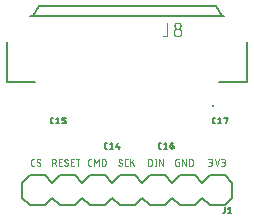
<source format=gbr>
G04 EAGLE Gerber RS-274X export*
G75*
%MOMM*%
%FSLAX34Y34*%
%LPD*%
%INSilkscreen Top*%
%IPPOS*%
%AMOC8*
5,1,8,0,0,1.08239X$1,22.5*%
G01*
%ADD10C,0.050800*%
%ADD11C,0.200000*%
%ADD12C,0.100000*%
%ADD13C,0.100000*%
%ADD14C,0.101600*%
%ADD15C,0.127000*%
%ADD16C,0.203200*%


D10*
X56134Y40894D02*
X56134Y46482D01*
X57686Y46482D01*
X57763Y46480D01*
X57841Y46474D01*
X57917Y46465D01*
X57994Y46451D01*
X58069Y46434D01*
X58143Y46413D01*
X58217Y46388D01*
X58289Y46360D01*
X58359Y46328D01*
X58428Y46293D01*
X58495Y46254D01*
X58560Y46212D01*
X58623Y46167D01*
X58684Y46119D01*
X58742Y46068D01*
X58797Y46014D01*
X58850Y45957D01*
X58899Y45898D01*
X58946Y45836D01*
X58990Y45772D01*
X59030Y45706D01*
X59067Y45638D01*
X59101Y45568D01*
X59131Y45497D01*
X59157Y45424D01*
X59180Y45350D01*
X59199Y45275D01*
X59214Y45200D01*
X59226Y45123D01*
X59234Y45046D01*
X59238Y44969D01*
X59238Y44891D01*
X59234Y44814D01*
X59226Y44737D01*
X59214Y44660D01*
X59199Y44585D01*
X59180Y44510D01*
X59157Y44436D01*
X59131Y44363D01*
X59101Y44292D01*
X59067Y44222D01*
X59030Y44154D01*
X58990Y44088D01*
X58946Y44024D01*
X58899Y43962D01*
X58850Y43903D01*
X58797Y43846D01*
X58742Y43792D01*
X58684Y43741D01*
X58623Y43693D01*
X58560Y43648D01*
X58495Y43606D01*
X58428Y43567D01*
X58359Y43532D01*
X58289Y43500D01*
X58217Y43472D01*
X58143Y43447D01*
X58069Y43426D01*
X57994Y43409D01*
X57917Y43395D01*
X57841Y43386D01*
X57763Y43380D01*
X57686Y43378D01*
X56134Y43378D01*
X57997Y43378D02*
X59238Y40894D01*
X61778Y40894D02*
X64262Y40894D01*
X61778Y40894D02*
X61778Y46482D01*
X64262Y46482D01*
X63641Y43998D02*
X61778Y43998D01*
X68019Y40894D02*
X68089Y40896D01*
X68158Y40902D01*
X68227Y40912D01*
X68295Y40925D01*
X68363Y40943D01*
X68429Y40964D01*
X68494Y40989D01*
X68558Y41017D01*
X68620Y41049D01*
X68680Y41084D01*
X68738Y41123D01*
X68793Y41165D01*
X68847Y41210D01*
X68897Y41258D01*
X68945Y41308D01*
X68990Y41362D01*
X69032Y41417D01*
X69071Y41475D01*
X69106Y41535D01*
X69138Y41597D01*
X69166Y41661D01*
X69191Y41726D01*
X69212Y41792D01*
X69230Y41860D01*
X69243Y41928D01*
X69253Y41997D01*
X69259Y42066D01*
X69261Y42136D01*
X68019Y40894D02*
X67920Y40896D01*
X67822Y40901D01*
X67724Y40911D01*
X67626Y40924D01*
X67529Y40940D01*
X67432Y40960D01*
X67337Y40984D01*
X67242Y41012D01*
X67148Y41043D01*
X67056Y41077D01*
X66965Y41115D01*
X66875Y41156D01*
X66787Y41201D01*
X66701Y41249D01*
X66617Y41300D01*
X66535Y41354D01*
X66454Y41412D01*
X66376Y41472D01*
X66301Y41535D01*
X66227Y41601D01*
X66157Y41670D01*
X66311Y45240D02*
X66313Y45310D01*
X66319Y45379D01*
X66329Y45448D01*
X66342Y45516D01*
X66360Y45584D01*
X66381Y45650D01*
X66406Y45715D01*
X66434Y45779D01*
X66466Y45841D01*
X66501Y45901D01*
X66540Y45959D01*
X66582Y46014D01*
X66627Y46068D01*
X66675Y46118D01*
X66725Y46166D01*
X66779Y46211D01*
X66834Y46253D01*
X66892Y46292D01*
X66952Y46327D01*
X67014Y46359D01*
X67078Y46387D01*
X67143Y46412D01*
X67209Y46433D01*
X67277Y46451D01*
X67345Y46464D01*
X67414Y46474D01*
X67483Y46480D01*
X67553Y46482D01*
X67647Y46480D01*
X67740Y46474D01*
X67833Y46465D01*
X67926Y46452D01*
X68018Y46435D01*
X68109Y46415D01*
X68200Y46390D01*
X68289Y46363D01*
X68377Y46331D01*
X68464Y46296D01*
X68550Y46258D01*
X68633Y46216D01*
X68715Y46171D01*
X68796Y46123D01*
X68874Y46071D01*
X68950Y46016D01*
X66933Y44154D02*
X66874Y44190D01*
X66818Y44230D01*
X66764Y44273D01*
X66712Y44318D01*
X66663Y44367D01*
X66617Y44418D01*
X66574Y44471D01*
X66533Y44527D01*
X66496Y44585D01*
X66461Y44645D01*
X66431Y44706D01*
X66403Y44769D01*
X66379Y44834D01*
X66359Y44900D01*
X66342Y44967D01*
X66329Y45034D01*
X66320Y45102D01*
X66314Y45171D01*
X66312Y45240D01*
X68639Y43222D02*
X68698Y43186D01*
X68754Y43146D01*
X68808Y43103D01*
X68860Y43058D01*
X68909Y43009D01*
X68955Y42958D01*
X68998Y42905D01*
X69039Y42849D01*
X69076Y42791D01*
X69111Y42731D01*
X69141Y42670D01*
X69169Y42607D01*
X69193Y42542D01*
X69213Y42476D01*
X69230Y42409D01*
X69243Y42342D01*
X69252Y42274D01*
X69258Y42205D01*
X69260Y42136D01*
X68640Y43222D02*
X66932Y44154D01*
X71654Y40894D02*
X74137Y40894D01*
X71654Y40894D02*
X71654Y46482D01*
X74137Y46482D01*
X73516Y43998D02*
X71654Y43998D01*
X77401Y46482D02*
X77401Y40894D01*
X75849Y46482D02*
X78953Y46482D01*
X40838Y40894D02*
X39596Y40894D01*
X39526Y40896D01*
X39457Y40902D01*
X39388Y40912D01*
X39320Y40925D01*
X39252Y40943D01*
X39186Y40964D01*
X39121Y40989D01*
X39057Y41017D01*
X38995Y41049D01*
X38935Y41084D01*
X38877Y41123D01*
X38822Y41165D01*
X38768Y41210D01*
X38718Y41258D01*
X38670Y41308D01*
X38625Y41362D01*
X38583Y41417D01*
X38544Y41475D01*
X38509Y41535D01*
X38477Y41597D01*
X38449Y41661D01*
X38424Y41726D01*
X38403Y41792D01*
X38385Y41860D01*
X38372Y41928D01*
X38362Y41997D01*
X38356Y42066D01*
X38354Y42136D01*
X38354Y45240D01*
X38356Y45310D01*
X38362Y45379D01*
X38372Y45448D01*
X38385Y45516D01*
X38403Y45584D01*
X38424Y45650D01*
X38449Y45715D01*
X38477Y45779D01*
X38509Y45841D01*
X38544Y45901D01*
X38583Y45959D01*
X38625Y46014D01*
X38670Y46068D01*
X38718Y46118D01*
X38768Y46166D01*
X38822Y46211D01*
X38877Y46253D01*
X38935Y46292D01*
X38995Y46327D01*
X39057Y46359D01*
X39121Y46387D01*
X39186Y46412D01*
X39252Y46433D01*
X39320Y46451D01*
X39388Y46464D01*
X39457Y46474D01*
X39526Y46480D01*
X39596Y46482D01*
X40838Y46482D01*
X45864Y42136D02*
X45862Y42066D01*
X45856Y41997D01*
X45846Y41928D01*
X45833Y41860D01*
X45815Y41792D01*
X45794Y41726D01*
X45769Y41661D01*
X45741Y41597D01*
X45709Y41535D01*
X45674Y41475D01*
X45635Y41417D01*
X45593Y41362D01*
X45548Y41308D01*
X45500Y41258D01*
X45450Y41210D01*
X45396Y41165D01*
X45341Y41123D01*
X45283Y41084D01*
X45223Y41049D01*
X45161Y41017D01*
X45097Y40989D01*
X45032Y40964D01*
X44966Y40943D01*
X44898Y40925D01*
X44830Y40912D01*
X44761Y40902D01*
X44692Y40896D01*
X44622Y40894D01*
X44523Y40896D01*
X44425Y40901D01*
X44327Y40911D01*
X44229Y40924D01*
X44132Y40940D01*
X44035Y40960D01*
X43940Y40984D01*
X43845Y41012D01*
X43751Y41043D01*
X43659Y41077D01*
X43568Y41115D01*
X43478Y41156D01*
X43390Y41201D01*
X43304Y41249D01*
X43220Y41300D01*
X43138Y41354D01*
X43057Y41412D01*
X42979Y41472D01*
X42904Y41535D01*
X42830Y41601D01*
X42760Y41670D01*
X42914Y45240D02*
X42916Y45310D01*
X42922Y45379D01*
X42932Y45448D01*
X42945Y45516D01*
X42963Y45584D01*
X42984Y45650D01*
X43009Y45715D01*
X43037Y45779D01*
X43069Y45841D01*
X43104Y45901D01*
X43143Y45959D01*
X43185Y46014D01*
X43230Y46068D01*
X43278Y46118D01*
X43328Y46166D01*
X43382Y46211D01*
X43437Y46253D01*
X43495Y46292D01*
X43555Y46327D01*
X43617Y46359D01*
X43681Y46387D01*
X43746Y46412D01*
X43812Y46433D01*
X43880Y46451D01*
X43948Y46464D01*
X44017Y46474D01*
X44086Y46480D01*
X44156Y46482D01*
X44250Y46480D01*
X44343Y46474D01*
X44436Y46465D01*
X44529Y46452D01*
X44621Y46435D01*
X44712Y46415D01*
X44803Y46390D01*
X44892Y46363D01*
X44980Y46331D01*
X45067Y46296D01*
X45153Y46258D01*
X45236Y46216D01*
X45318Y46171D01*
X45399Y46123D01*
X45477Y46071D01*
X45553Y46016D01*
X43536Y44154D02*
X43477Y44190D01*
X43421Y44230D01*
X43367Y44273D01*
X43315Y44318D01*
X43266Y44367D01*
X43220Y44418D01*
X43177Y44471D01*
X43136Y44527D01*
X43099Y44585D01*
X43064Y44645D01*
X43034Y44706D01*
X43006Y44769D01*
X42982Y44834D01*
X42962Y44900D01*
X42945Y44967D01*
X42932Y45034D01*
X42923Y45102D01*
X42917Y45171D01*
X42915Y45240D01*
X45243Y43222D02*
X45302Y43186D01*
X45358Y43146D01*
X45412Y43103D01*
X45464Y43058D01*
X45513Y43009D01*
X45559Y42958D01*
X45602Y42905D01*
X45643Y42849D01*
X45680Y42791D01*
X45715Y42731D01*
X45745Y42670D01*
X45773Y42607D01*
X45797Y42542D01*
X45817Y42476D01*
X45834Y42409D01*
X45847Y42342D01*
X45856Y42274D01*
X45862Y42205D01*
X45864Y42136D01*
X45243Y43222D02*
X43535Y44154D01*
X87856Y40894D02*
X89098Y40894D01*
X87856Y40894D02*
X87786Y40896D01*
X87717Y40902D01*
X87648Y40912D01*
X87580Y40925D01*
X87512Y40943D01*
X87446Y40964D01*
X87381Y40989D01*
X87317Y41017D01*
X87255Y41049D01*
X87195Y41084D01*
X87137Y41123D01*
X87082Y41165D01*
X87028Y41210D01*
X86978Y41258D01*
X86930Y41308D01*
X86885Y41362D01*
X86843Y41417D01*
X86804Y41475D01*
X86769Y41535D01*
X86737Y41597D01*
X86709Y41661D01*
X86684Y41726D01*
X86663Y41792D01*
X86645Y41860D01*
X86632Y41928D01*
X86622Y41997D01*
X86616Y42066D01*
X86614Y42136D01*
X86614Y45240D01*
X86616Y45310D01*
X86622Y45379D01*
X86632Y45448D01*
X86645Y45516D01*
X86663Y45584D01*
X86684Y45650D01*
X86709Y45715D01*
X86737Y45779D01*
X86769Y45841D01*
X86804Y45901D01*
X86843Y45959D01*
X86885Y46014D01*
X86930Y46068D01*
X86978Y46118D01*
X87028Y46166D01*
X87082Y46211D01*
X87137Y46253D01*
X87195Y46292D01*
X87255Y46327D01*
X87317Y46359D01*
X87381Y46387D01*
X87446Y46412D01*
X87512Y46433D01*
X87580Y46451D01*
X87648Y46464D01*
X87717Y46474D01*
X87786Y46480D01*
X87856Y46482D01*
X89098Y46482D01*
X91440Y46482D02*
X91440Y40894D01*
X93303Y43378D02*
X91440Y46482D01*
X93303Y43378D02*
X95166Y46482D01*
X95166Y40894D01*
X97969Y40894D02*
X97969Y46482D01*
X99521Y46482D01*
X99597Y46480D01*
X99673Y46475D01*
X99749Y46465D01*
X99824Y46452D01*
X99898Y46435D01*
X99972Y46415D01*
X100044Y46391D01*
X100115Y46364D01*
X100185Y46333D01*
X100253Y46299D01*
X100319Y46261D01*
X100383Y46220D01*
X100446Y46177D01*
X100506Y46130D01*
X100563Y46080D01*
X100618Y46027D01*
X100671Y45972D01*
X100721Y45915D01*
X100768Y45855D01*
X100811Y45792D01*
X100852Y45728D01*
X100890Y45662D01*
X100924Y45594D01*
X100955Y45524D01*
X100982Y45453D01*
X101006Y45380D01*
X101026Y45307D01*
X101043Y45233D01*
X101056Y45158D01*
X101066Y45082D01*
X101071Y45006D01*
X101073Y44930D01*
X101073Y42446D01*
X101071Y42367D01*
X101065Y42289D01*
X101055Y42211D01*
X101041Y42134D01*
X101023Y42057D01*
X101002Y41981D01*
X100976Y41907D01*
X100947Y41834D01*
X100914Y41763D01*
X100878Y41693D01*
X100838Y41625D01*
X100795Y41559D01*
X100748Y41496D01*
X100699Y41435D01*
X100646Y41377D01*
X100590Y41321D01*
X100532Y41268D01*
X100471Y41219D01*
X100408Y41172D01*
X100342Y41129D01*
X100274Y41089D01*
X100205Y41053D01*
X100133Y41020D01*
X100060Y40991D01*
X99986Y40965D01*
X99910Y40944D01*
X99833Y40926D01*
X99756Y40912D01*
X99678Y40902D01*
X99600Y40896D01*
X99521Y40894D01*
X97969Y40894D01*
X113877Y40894D02*
X113947Y40896D01*
X114016Y40902D01*
X114085Y40912D01*
X114153Y40925D01*
X114221Y40943D01*
X114287Y40964D01*
X114352Y40989D01*
X114416Y41017D01*
X114478Y41049D01*
X114538Y41084D01*
X114596Y41123D01*
X114651Y41165D01*
X114705Y41210D01*
X114755Y41258D01*
X114803Y41308D01*
X114848Y41362D01*
X114890Y41417D01*
X114929Y41475D01*
X114964Y41535D01*
X114996Y41597D01*
X115024Y41661D01*
X115049Y41726D01*
X115070Y41792D01*
X115088Y41860D01*
X115101Y41928D01*
X115111Y41997D01*
X115117Y42066D01*
X115119Y42136D01*
X113877Y40894D02*
X113778Y40896D01*
X113680Y40901D01*
X113582Y40911D01*
X113484Y40924D01*
X113387Y40940D01*
X113290Y40960D01*
X113195Y40984D01*
X113100Y41012D01*
X113006Y41043D01*
X112914Y41077D01*
X112823Y41115D01*
X112733Y41156D01*
X112645Y41201D01*
X112559Y41249D01*
X112475Y41300D01*
X112393Y41354D01*
X112312Y41412D01*
X112234Y41472D01*
X112159Y41535D01*
X112085Y41601D01*
X112015Y41670D01*
X112169Y45240D02*
X112171Y45310D01*
X112177Y45379D01*
X112187Y45448D01*
X112200Y45516D01*
X112218Y45584D01*
X112239Y45650D01*
X112264Y45715D01*
X112292Y45779D01*
X112324Y45841D01*
X112359Y45901D01*
X112398Y45959D01*
X112440Y46014D01*
X112485Y46068D01*
X112533Y46118D01*
X112583Y46166D01*
X112637Y46211D01*
X112692Y46253D01*
X112750Y46292D01*
X112810Y46327D01*
X112872Y46359D01*
X112936Y46387D01*
X113001Y46412D01*
X113067Y46433D01*
X113135Y46451D01*
X113203Y46464D01*
X113272Y46474D01*
X113341Y46480D01*
X113411Y46482D01*
X113505Y46480D01*
X113598Y46474D01*
X113691Y46465D01*
X113784Y46452D01*
X113876Y46435D01*
X113967Y46415D01*
X114058Y46390D01*
X114147Y46363D01*
X114235Y46331D01*
X114322Y46296D01*
X114408Y46258D01*
X114491Y46216D01*
X114573Y46171D01*
X114654Y46123D01*
X114732Y46071D01*
X114808Y46016D01*
X112790Y44154D02*
X112731Y44190D01*
X112675Y44230D01*
X112621Y44273D01*
X112569Y44318D01*
X112520Y44367D01*
X112474Y44418D01*
X112431Y44471D01*
X112390Y44527D01*
X112353Y44585D01*
X112318Y44645D01*
X112288Y44706D01*
X112260Y44769D01*
X112236Y44834D01*
X112216Y44900D01*
X112199Y44967D01*
X112186Y45034D01*
X112177Y45102D01*
X112171Y45171D01*
X112169Y45240D01*
X114497Y43222D02*
X114556Y43186D01*
X114612Y43146D01*
X114666Y43103D01*
X114718Y43058D01*
X114767Y43009D01*
X114813Y42958D01*
X114856Y42905D01*
X114897Y42849D01*
X114934Y42791D01*
X114969Y42731D01*
X114999Y42670D01*
X115027Y42607D01*
X115051Y42542D01*
X115071Y42476D01*
X115088Y42409D01*
X115101Y42342D01*
X115110Y42274D01*
X115116Y42205D01*
X115118Y42136D01*
X114498Y43222D02*
X112790Y44154D01*
X118543Y40894D02*
X119785Y40894D01*
X118543Y40894D02*
X118473Y40896D01*
X118404Y40902D01*
X118335Y40912D01*
X118267Y40925D01*
X118199Y40943D01*
X118133Y40964D01*
X118068Y40989D01*
X118004Y41017D01*
X117942Y41049D01*
X117882Y41084D01*
X117824Y41123D01*
X117769Y41165D01*
X117715Y41210D01*
X117665Y41258D01*
X117617Y41308D01*
X117572Y41362D01*
X117530Y41417D01*
X117491Y41475D01*
X117456Y41535D01*
X117424Y41597D01*
X117396Y41661D01*
X117371Y41726D01*
X117350Y41792D01*
X117332Y41860D01*
X117319Y41928D01*
X117309Y41997D01*
X117303Y42066D01*
X117301Y42136D01*
X117301Y45240D01*
X117303Y45310D01*
X117309Y45379D01*
X117319Y45448D01*
X117332Y45516D01*
X117350Y45584D01*
X117371Y45650D01*
X117396Y45715D01*
X117424Y45779D01*
X117456Y45841D01*
X117491Y45901D01*
X117530Y45959D01*
X117572Y46014D01*
X117617Y46068D01*
X117665Y46118D01*
X117715Y46166D01*
X117769Y46211D01*
X117824Y46253D01*
X117882Y46292D01*
X117942Y46327D01*
X118004Y46359D01*
X118068Y46387D01*
X118133Y46412D01*
X118199Y46433D01*
X118267Y46451D01*
X118335Y46464D01*
X118404Y46474D01*
X118473Y46480D01*
X118543Y46482D01*
X119785Y46482D01*
X122155Y46482D02*
X122155Y40894D01*
X122155Y43067D02*
X125260Y46482D01*
X123397Y44309D02*
X125260Y40894D01*
X137414Y40894D02*
X137414Y46482D01*
X138966Y46482D01*
X139042Y46480D01*
X139118Y46475D01*
X139194Y46465D01*
X139269Y46452D01*
X139343Y46435D01*
X139417Y46415D01*
X139489Y46391D01*
X139560Y46364D01*
X139630Y46333D01*
X139698Y46299D01*
X139764Y46261D01*
X139828Y46220D01*
X139891Y46177D01*
X139951Y46130D01*
X140008Y46080D01*
X140063Y46027D01*
X140116Y45972D01*
X140166Y45915D01*
X140213Y45855D01*
X140256Y45792D01*
X140297Y45728D01*
X140335Y45662D01*
X140369Y45594D01*
X140400Y45524D01*
X140427Y45453D01*
X140451Y45380D01*
X140471Y45307D01*
X140488Y45233D01*
X140501Y45158D01*
X140511Y45082D01*
X140516Y45006D01*
X140518Y44930D01*
X140518Y42446D01*
X140516Y42367D01*
X140510Y42289D01*
X140500Y42211D01*
X140486Y42134D01*
X140468Y42057D01*
X140447Y41981D01*
X140421Y41907D01*
X140392Y41834D01*
X140359Y41763D01*
X140323Y41693D01*
X140283Y41625D01*
X140240Y41559D01*
X140193Y41496D01*
X140144Y41435D01*
X140091Y41377D01*
X140035Y41321D01*
X139977Y41268D01*
X139916Y41219D01*
X139853Y41172D01*
X139787Y41129D01*
X139719Y41089D01*
X139650Y41053D01*
X139578Y41020D01*
X139505Y40991D01*
X139431Y40965D01*
X139355Y40944D01*
X139278Y40926D01*
X139201Y40912D01*
X139123Y40902D01*
X139045Y40896D01*
X138966Y40894D01*
X137414Y40894D01*
X143538Y40894D02*
X143538Y46482D01*
X142917Y40894D02*
X144159Y40894D01*
X144159Y46482D02*
X142917Y46482D01*
X146558Y46482D02*
X146558Y40894D01*
X149662Y40894D02*
X146558Y46482D01*
X149662Y46482D02*
X149662Y40894D01*
X162447Y43998D02*
X163378Y43998D01*
X163378Y40894D01*
X161516Y40894D01*
X161446Y40896D01*
X161377Y40902D01*
X161308Y40912D01*
X161240Y40925D01*
X161172Y40943D01*
X161106Y40964D01*
X161041Y40989D01*
X160977Y41017D01*
X160915Y41049D01*
X160855Y41084D01*
X160797Y41123D01*
X160742Y41165D01*
X160688Y41210D01*
X160638Y41258D01*
X160590Y41308D01*
X160545Y41362D01*
X160503Y41417D01*
X160464Y41475D01*
X160429Y41535D01*
X160397Y41597D01*
X160369Y41661D01*
X160344Y41726D01*
X160323Y41792D01*
X160305Y41860D01*
X160292Y41928D01*
X160282Y41997D01*
X160276Y42066D01*
X160274Y42136D01*
X160274Y45240D01*
X160276Y45310D01*
X160282Y45379D01*
X160292Y45448D01*
X160305Y45516D01*
X160323Y45584D01*
X160344Y45650D01*
X160369Y45715D01*
X160397Y45779D01*
X160429Y45841D01*
X160464Y45901D01*
X160503Y45959D01*
X160545Y46014D01*
X160590Y46068D01*
X160638Y46118D01*
X160688Y46166D01*
X160742Y46211D01*
X160797Y46253D01*
X160855Y46292D01*
X160915Y46327D01*
X160977Y46359D01*
X161041Y46387D01*
X161106Y46412D01*
X161172Y46433D01*
X161240Y46451D01*
X161308Y46464D01*
X161377Y46474D01*
X161446Y46480D01*
X161516Y46482D01*
X163378Y46482D01*
X166126Y46482D02*
X166126Y40894D01*
X169231Y40894D02*
X166126Y46482D01*
X169231Y46482D02*
X169231Y40894D01*
X171978Y40894D02*
X171978Y46482D01*
X173530Y46482D01*
X173606Y46480D01*
X173682Y46475D01*
X173758Y46465D01*
X173833Y46452D01*
X173907Y46435D01*
X173981Y46415D01*
X174053Y46391D01*
X174124Y46364D01*
X174194Y46333D01*
X174262Y46299D01*
X174328Y46261D01*
X174392Y46220D01*
X174455Y46177D01*
X174515Y46130D01*
X174572Y46080D01*
X174627Y46027D01*
X174680Y45972D01*
X174730Y45915D01*
X174777Y45855D01*
X174820Y45792D01*
X174861Y45728D01*
X174899Y45662D01*
X174933Y45594D01*
X174964Y45524D01*
X174991Y45453D01*
X175015Y45380D01*
X175035Y45307D01*
X175052Y45233D01*
X175065Y45158D01*
X175075Y45082D01*
X175080Y45006D01*
X175082Y44930D01*
X175083Y44930D02*
X175083Y42446D01*
X175082Y42446D02*
X175080Y42367D01*
X175074Y42289D01*
X175064Y42211D01*
X175050Y42134D01*
X175032Y42057D01*
X175011Y41981D01*
X174985Y41907D01*
X174956Y41834D01*
X174923Y41763D01*
X174887Y41693D01*
X174847Y41625D01*
X174804Y41559D01*
X174757Y41496D01*
X174708Y41435D01*
X174655Y41377D01*
X174599Y41321D01*
X174541Y41268D01*
X174480Y41219D01*
X174417Y41172D01*
X174351Y41129D01*
X174283Y41089D01*
X174214Y41053D01*
X174142Y41020D01*
X174069Y40991D01*
X173995Y40965D01*
X173919Y40944D01*
X173842Y40926D01*
X173765Y40912D01*
X173687Y40902D01*
X173609Y40896D01*
X173530Y40894D01*
X171978Y40894D01*
X188214Y40894D02*
X189766Y40894D01*
X189843Y40896D01*
X189921Y40902D01*
X189997Y40911D01*
X190074Y40925D01*
X190149Y40942D01*
X190223Y40963D01*
X190297Y40988D01*
X190369Y41016D01*
X190439Y41048D01*
X190508Y41083D01*
X190575Y41122D01*
X190640Y41164D01*
X190703Y41209D01*
X190764Y41257D01*
X190822Y41308D01*
X190877Y41362D01*
X190930Y41419D01*
X190979Y41478D01*
X191026Y41540D01*
X191070Y41604D01*
X191110Y41670D01*
X191147Y41738D01*
X191181Y41808D01*
X191211Y41879D01*
X191237Y41952D01*
X191260Y42026D01*
X191279Y42101D01*
X191294Y42176D01*
X191306Y42253D01*
X191314Y42330D01*
X191318Y42407D01*
X191318Y42485D01*
X191314Y42562D01*
X191306Y42639D01*
X191294Y42716D01*
X191279Y42791D01*
X191260Y42866D01*
X191237Y42940D01*
X191211Y43013D01*
X191181Y43084D01*
X191147Y43154D01*
X191110Y43222D01*
X191070Y43288D01*
X191026Y43352D01*
X190979Y43414D01*
X190930Y43473D01*
X190877Y43530D01*
X190822Y43584D01*
X190764Y43635D01*
X190703Y43683D01*
X190640Y43728D01*
X190575Y43770D01*
X190508Y43809D01*
X190439Y43844D01*
X190369Y43876D01*
X190297Y43904D01*
X190223Y43929D01*
X190149Y43950D01*
X190074Y43967D01*
X189997Y43981D01*
X189921Y43990D01*
X189843Y43996D01*
X189766Y43998D01*
X190077Y46482D02*
X188214Y46482D01*
X190077Y46482D02*
X190147Y46480D01*
X190216Y46474D01*
X190285Y46464D01*
X190353Y46451D01*
X190421Y46433D01*
X190487Y46412D01*
X190552Y46387D01*
X190616Y46359D01*
X190678Y46327D01*
X190738Y46292D01*
X190796Y46253D01*
X190851Y46211D01*
X190905Y46166D01*
X190955Y46118D01*
X191003Y46068D01*
X191048Y46014D01*
X191090Y45959D01*
X191129Y45901D01*
X191164Y45841D01*
X191196Y45779D01*
X191224Y45715D01*
X191249Y45650D01*
X191270Y45584D01*
X191288Y45516D01*
X191301Y45448D01*
X191311Y45379D01*
X191317Y45310D01*
X191319Y45240D01*
X191317Y45170D01*
X191311Y45101D01*
X191301Y45032D01*
X191288Y44964D01*
X191270Y44896D01*
X191249Y44830D01*
X191224Y44765D01*
X191196Y44701D01*
X191164Y44639D01*
X191129Y44579D01*
X191090Y44521D01*
X191048Y44466D01*
X191003Y44412D01*
X190955Y44362D01*
X190905Y44314D01*
X190851Y44269D01*
X190796Y44227D01*
X190738Y44188D01*
X190678Y44153D01*
X190616Y44121D01*
X190552Y44093D01*
X190487Y44068D01*
X190421Y44047D01*
X190353Y44029D01*
X190285Y44016D01*
X190216Y44006D01*
X190147Y44000D01*
X190077Y43998D01*
X188835Y43998D01*
X193390Y46482D02*
X195253Y40894D01*
X197115Y46482D01*
X199187Y40894D02*
X200739Y40894D01*
X200816Y40896D01*
X200894Y40902D01*
X200970Y40911D01*
X201047Y40925D01*
X201122Y40942D01*
X201196Y40963D01*
X201270Y40988D01*
X201342Y41016D01*
X201412Y41048D01*
X201481Y41083D01*
X201548Y41122D01*
X201613Y41164D01*
X201676Y41209D01*
X201737Y41257D01*
X201795Y41308D01*
X201850Y41362D01*
X201903Y41419D01*
X201952Y41478D01*
X201999Y41540D01*
X202043Y41604D01*
X202083Y41670D01*
X202120Y41738D01*
X202154Y41808D01*
X202184Y41879D01*
X202210Y41952D01*
X202233Y42026D01*
X202252Y42101D01*
X202267Y42176D01*
X202279Y42253D01*
X202287Y42330D01*
X202291Y42407D01*
X202291Y42485D01*
X202287Y42562D01*
X202279Y42639D01*
X202267Y42716D01*
X202252Y42791D01*
X202233Y42866D01*
X202210Y42940D01*
X202184Y43013D01*
X202154Y43084D01*
X202120Y43154D01*
X202083Y43222D01*
X202043Y43288D01*
X201999Y43352D01*
X201952Y43414D01*
X201903Y43473D01*
X201850Y43530D01*
X201795Y43584D01*
X201737Y43635D01*
X201676Y43683D01*
X201613Y43728D01*
X201548Y43770D01*
X201481Y43809D01*
X201412Y43844D01*
X201342Y43876D01*
X201270Y43904D01*
X201196Y43929D01*
X201122Y43950D01*
X201047Y43967D01*
X200970Y43981D01*
X200894Y43990D01*
X200816Y43996D01*
X200739Y43998D01*
X201049Y46482D02*
X199187Y46482D01*
X201049Y46482D02*
X201119Y46480D01*
X201188Y46474D01*
X201257Y46464D01*
X201325Y46451D01*
X201393Y46433D01*
X201459Y46412D01*
X201524Y46387D01*
X201588Y46359D01*
X201650Y46327D01*
X201710Y46292D01*
X201768Y46253D01*
X201823Y46211D01*
X201877Y46166D01*
X201927Y46118D01*
X201975Y46068D01*
X202020Y46014D01*
X202062Y45959D01*
X202101Y45901D01*
X202136Y45841D01*
X202168Y45779D01*
X202196Y45715D01*
X202221Y45650D01*
X202242Y45584D01*
X202260Y45516D01*
X202273Y45448D01*
X202283Y45379D01*
X202289Y45310D01*
X202291Y45240D01*
X202289Y45170D01*
X202283Y45101D01*
X202273Y45032D01*
X202260Y44964D01*
X202242Y44896D01*
X202221Y44830D01*
X202196Y44765D01*
X202168Y44701D01*
X202136Y44639D01*
X202101Y44579D01*
X202062Y44521D01*
X202020Y44466D01*
X201975Y44412D01*
X201927Y44362D01*
X201877Y44314D01*
X201823Y44269D01*
X201768Y44227D01*
X201710Y44188D01*
X201650Y44153D01*
X201588Y44121D01*
X201524Y44093D01*
X201459Y44068D01*
X201393Y44047D01*
X201325Y44029D01*
X201257Y44016D01*
X201188Y44006D01*
X201119Y44000D01*
X201049Y43998D01*
X199808Y43998D01*
D11*
X201380Y168100D02*
X37380Y168100D01*
X17880Y146100D02*
X17880Y112100D01*
X41380Y112100D01*
X197380Y112100D02*
X220880Y112100D01*
X220880Y146100D01*
X199380Y168100D02*
X194380Y176100D01*
X44380Y176100D01*
X39380Y168100D01*
D12*
X191880Y91700D03*
D13*
X191924Y91702D01*
X191967Y91708D01*
X192009Y91717D01*
X192051Y91730D01*
X192091Y91747D01*
X192130Y91767D01*
X192167Y91790D01*
X192201Y91817D01*
X192234Y91846D01*
X192263Y91879D01*
X192290Y91913D01*
X192313Y91950D01*
X192333Y91989D01*
X192350Y92029D01*
X192363Y92071D01*
X192372Y92113D01*
X192378Y92156D01*
X192380Y92200D01*
X192378Y92244D01*
X192372Y92287D01*
X192363Y92329D01*
X192350Y92371D01*
X192333Y92411D01*
X192313Y92450D01*
X192290Y92487D01*
X192263Y92521D01*
X192234Y92554D01*
X192201Y92583D01*
X192167Y92610D01*
X192130Y92633D01*
X192091Y92653D01*
X192051Y92670D01*
X192009Y92683D01*
X191967Y92692D01*
X191924Y92698D01*
X191880Y92700D01*
D12*
X191880Y92700D03*
D13*
X191836Y92698D01*
X191793Y92692D01*
X191751Y92683D01*
X191709Y92670D01*
X191669Y92653D01*
X191630Y92633D01*
X191593Y92610D01*
X191559Y92583D01*
X191526Y92554D01*
X191497Y92521D01*
X191470Y92487D01*
X191447Y92450D01*
X191427Y92411D01*
X191410Y92371D01*
X191397Y92329D01*
X191388Y92287D01*
X191382Y92244D01*
X191380Y92200D01*
X191382Y92156D01*
X191388Y92113D01*
X191397Y92071D01*
X191410Y92029D01*
X191427Y91989D01*
X191447Y91950D01*
X191470Y91913D01*
X191497Y91879D01*
X191526Y91846D01*
X191559Y91817D01*
X191593Y91790D01*
X191630Y91767D01*
X191669Y91747D01*
X191709Y91730D01*
X191751Y91717D01*
X191793Y91708D01*
X191836Y91702D01*
X191880Y91700D01*
D14*
X153545Y153016D02*
X153545Y162104D01*
X153545Y153016D02*
X153543Y152917D01*
X153537Y152817D01*
X153528Y152718D01*
X153515Y152620D01*
X153498Y152522D01*
X153477Y152424D01*
X153452Y152328D01*
X153424Y152233D01*
X153392Y152139D01*
X153357Y152046D01*
X153318Y151954D01*
X153275Y151864D01*
X153230Y151776D01*
X153180Y151689D01*
X153128Y151605D01*
X153072Y151522D01*
X153014Y151442D01*
X152952Y151364D01*
X152887Y151289D01*
X152819Y151216D01*
X152749Y151146D01*
X152676Y151078D01*
X152601Y151013D01*
X152523Y150951D01*
X152443Y150893D01*
X152360Y150837D01*
X152276Y150785D01*
X152189Y150735D01*
X152101Y150690D01*
X152011Y150647D01*
X151919Y150608D01*
X151826Y150573D01*
X151732Y150541D01*
X151637Y150513D01*
X151541Y150488D01*
X151443Y150467D01*
X151345Y150450D01*
X151247Y150437D01*
X151148Y150428D01*
X151048Y150422D01*
X150949Y150420D01*
X149650Y150420D01*
X158818Y153666D02*
X158820Y153779D01*
X158826Y153892D01*
X158836Y154005D01*
X158850Y154118D01*
X158867Y154230D01*
X158889Y154341D01*
X158914Y154451D01*
X158944Y154561D01*
X158977Y154669D01*
X159014Y154776D01*
X159054Y154882D01*
X159099Y154986D01*
X159147Y155089D01*
X159198Y155190D01*
X159253Y155289D01*
X159311Y155386D01*
X159373Y155481D01*
X159438Y155574D01*
X159506Y155664D01*
X159577Y155752D01*
X159652Y155838D01*
X159729Y155921D01*
X159809Y156001D01*
X159892Y156078D01*
X159978Y156153D01*
X160066Y156224D01*
X160156Y156292D01*
X160249Y156357D01*
X160344Y156419D01*
X160441Y156477D01*
X160540Y156532D01*
X160641Y156583D01*
X160744Y156631D01*
X160848Y156676D01*
X160954Y156716D01*
X161061Y156753D01*
X161169Y156786D01*
X161279Y156816D01*
X161389Y156841D01*
X161500Y156863D01*
X161612Y156880D01*
X161725Y156894D01*
X161838Y156904D01*
X161951Y156910D01*
X162064Y156912D01*
X162177Y156910D01*
X162290Y156904D01*
X162403Y156894D01*
X162516Y156880D01*
X162628Y156863D01*
X162739Y156841D01*
X162849Y156816D01*
X162959Y156786D01*
X163067Y156753D01*
X163174Y156716D01*
X163280Y156676D01*
X163384Y156631D01*
X163487Y156583D01*
X163588Y156532D01*
X163687Y156477D01*
X163784Y156419D01*
X163879Y156357D01*
X163972Y156292D01*
X164062Y156224D01*
X164150Y156153D01*
X164236Y156078D01*
X164319Y156001D01*
X164399Y155921D01*
X164476Y155838D01*
X164551Y155752D01*
X164622Y155664D01*
X164690Y155574D01*
X164755Y155481D01*
X164817Y155386D01*
X164875Y155289D01*
X164930Y155190D01*
X164981Y155089D01*
X165029Y154986D01*
X165074Y154882D01*
X165114Y154776D01*
X165151Y154669D01*
X165184Y154561D01*
X165214Y154451D01*
X165239Y154341D01*
X165261Y154230D01*
X165278Y154118D01*
X165292Y154005D01*
X165302Y153892D01*
X165308Y153779D01*
X165310Y153666D01*
X165308Y153553D01*
X165302Y153440D01*
X165292Y153327D01*
X165278Y153214D01*
X165261Y153102D01*
X165239Y152991D01*
X165214Y152881D01*
X165184Y152771D01*
X165151Y152663D01*
X165114Y152556D01*
X165074Y152450D01*
X165029Y152346D01*
X164981Y152243D01*
X164930Y152142D01*
X164875Y152043D01*
X164817Y151946D01*
X164755Y151851D01*
X164690Y151758D01*
X164622Y151668D01*
X164551Y151580D01*
X164476Y151494D01*
X164399Y151411D01*
X164319Y151331D01*
X164236Y151254D01*
X164150Y151179D01*
X164062Y151108D01*
X163972Y151040D01*
X163879Y150975D01*
X163784Y150913D01*
X163687Y150855D01*
X163588Y150800D01*
X163487Y150749D01*
X163384Y150701D01*
X163280Y150656D01*
X163174Y150616D01*
X163067Y150579D01*
X162959Y150546D01*
X162849Y150516D01*
X162739Y150491D01*
X162628Y150469D01*
X162516Y150452D01*
X162403Y150438D01*
X162290Y150428D01*
X162177Y150422D01*
X162064Y150420D01*
X161951Y150422D01*
X161838Y150428D01*
X161725Y150438D01*
X161612Y150452D01*
X161500Y150469D01*
X161389Y150491D01*
X161279Y150516D01*
X161169Y150546D01*
X161061Y150579D01*
X160954Y150616D01*
X160848Y150656D01*
X160744Y150701D01*
X160641Y150749D01*
X160540Y150800D01*
X160441Y150855D01*
X160344Y150913D01*
X160249Y150975D01*
X160156Y151040D01*
X160066Y151108D01*
X159978Y151179D01*
X159892Y151254D01*
X159809Y151331D01*
X159729Y151411D01*
X159652Y151494D01*
X159577Y151580D01*
X159506Y151668D01*
X159438Y151758D01*
X159373Y151851D01*
X159311Y151946D01*
X159253Y152043D01*
X159198Y152142D01*
X159147Y152243D01*
X159099Y152346D01*
X159054Y152450D01*
X159014Y152556D01*
X158977Y152663D01*
X158944Y152771D01*
X158914Y152881D01*
X158889Y152991D01*
X158867Y153102D01*
X158850Y153214D01*
X158836Y153327D01*
X158826Y153440D01*
X158820Y153553D01*
X158818Y153666D01*
X159468Y159508D02*
X159470Y159609D01*
X159476Y159709D01*
X159486Y159809D01*
X159499Y159909D01*
X159517Y160008D01*
X159538Y160107D01*
X159563Y160204D01*
X159592Y160301D01*
X159625Y160396D01*
X159661Y160490D01*
X159701Y160582D01*
X159744Y160673D01*
X159791Y160762D01*
X159841Y160849D01*
X159895Y160935D01*
X159952Y161018D01*
X160012Y161098D01*
X160075Y161177D01*
X160142Y161253D01*
X160211Y161326D01*
X160283Y161396D01*
X160357Y161464D01*
X160434Y161529D01*
X160514Y161590D01*
X160596Y161649D01*
X160680Y161704D01*
X160766Y161756D01*
X160854Y161805D01*
X160944Y161850D01*
X161036Y161892D01*
X161129Y161930D01*
X161224Y161964D01*
X161319Y161995D01*
X161416Y162022D01*
X161514Y162045D01*
X161613Y162065D01*
X161713Y162080D01*
X161813Y162092D01*
X161913Y162100D01*
X162014Y162104D01*
X162114Y162104D01*
X162215Y162100D01*
X162315Y162092D01*
X162415Y162080D01*
X162515Y162065D01*
X162614Y162045D01*
X162712Y162022D01*
X162809Y161995D01*
X162904Y161964D01*
X162999Y161930D01*
X163092Y161892D01*
X163184Y161850D01*
X163274Y161805D01*
X163362Y161756D01*
X163448Y161704D01*
X163532Y161649D01*
X163614Y161590D01*
X163694Y161529D01*
X163771Y161464D01*
X163845Y161396D01*
X163917Y161326D01*
X163986Y161253D01*
X164053Y161177D01*
X164116Y161098D01*
X164176Y161018D01*
X164233Y160935D01*
X164287Y160849D01*
X164337Y160762D01*
X164384Y160673D01*
X164427Y160582D01*
X164467Y160490D01*
X164503Y160396D01*
X164536Y160301D01*
X164565Y160204D01*
X164590Y160107D01*
X164611Y160008D01*
X164629Y159909D01*
X164642Y159809D01*
X164652Y159709D01*
X164658Y159609D01*
X164660Y159508D01*
X164658Y159407D01*
X164652Y159307D01*
X164642Y159207D01*
X164629Y159107D01*
X164611Y159008D01*
X164590Y158909D01*
X164565Y158812D01*
X164536Y158715D01*
X164503Y158620D01*
X164467Y158526D01*
X164427Y158434D01*
X164384Y158343D01*
X164337Y158254D01*
X164287Y158167D01*
X164233Y158081D01*
X164176Y157998D01*
X164116Y157918D01*
X164053Y157839D01*
X163986Y157763D01*
X163917Y157690D01*
X163845Y157620D01*
X163771Y157552D01*
X163694Y157487D01*
X163614Y157426D01*
X163532Y157367D01*
X163448Y157312D01*
X163362Y157260D01*
X163274Y157211D01*
X163184Y157166D01*
X163092Y157124D01*
X162999Y157086D01*
X162904Y157052D01*
X162809Y157021D01*
X162712Y156994D01*
X162614Y156971D01*
X162515Y156951D01*
X162415Y156936D01*
X162315Y156924D01*
X162215Y156916D01*
X162114Y156912D01*
X162014Y156912D01*
X161913Y156916D01*
X161813Y156924D01*
X161713Y156936D01*
X161613Y156951D01*
X161514Y156971D01*
X161416Y156994D01*
X161319Y157021D01*
X161224Y157052D01*
X161129Y157086D01*
X161036Y157124D01*
X160944Y157166D01*
X160854Y157211D01*
X160766Y157260D01*
X160680Y157312D01*
X160596Y157367D01*
X160514Y157426D01*
X160434Y157487D01*
X160357Y157552D01*
X160283Y157620D01*
X160211Y157690D01*
X160142Y157763D01*
X160075Y157839D01*
X160012Y157918D01*
X159952Y157998D01*
X159895Y158081D01*
X159841Y158167D01*
X159791Y158254D01*
X159744Y158343D01*
X159701Y158434D01*
X159661Y158526D01*
X159625Y158620D01*
X159592Y158715D01*
X159563Y158812D01*
X159538Y158909D01*
X159517Y159008D01*
X159499Y159107D01*
X159486Y159207D01*
X159476Y159307D01*
X159470Y159407D01*
X159468Y159508D01*
D15*
X102441Y55499D02*
X101368Y55499D01*
X101303Y55501D01*
X101239Y55507D01*
X101175Y55517D01*
X101111Y55530D01*
X101049Y55548D01*
X100988Y55569D01*
X100928Y55593D01*
X100870Y55622D01*
X100813Y55654D01*
X100759Y55689D01*
X100707Y55727D01*
X100657Y55769D01*
X100610Y55813D01*
X100566Y55860D01*
X100524Y55910D01*
X100486Y55962D01*
X100451Y56016D01*
X100419Y56073D01*
X100390Y56131D01*
X100366Y56191D01*
X100345Y56252D01*
X100327Y56314D01*
X100314Y56378D01*
X100304Y56442D01*
X100298Y56506D01*
X100296Y56571D01*
X100296Y59253D01*
X100298Y59318D01*
X100304Y59382D01*
X100314Y59446D01*
X100327Y59510D01*
X100345Y59572D01*
X100366Y59633D01*
X100390Y59693D01*
X100419Y59751D01*
X100451Y59808D01*
X100486Y59862D01*
X100524Y59914D01*
X100566Y59964D01*
X100610Y60011D01*
X100657Y60055D01*
X100707Y60097D01*
X100759Y60135D01*
X100813Y60170D01*
X100870Y60202D01*
X100928Y60231D01*
X100988Y60255D01*
X101049Y60276D01*
X101111Y60294D01*
X101175Y60307D01*
X101239Y60317D01*
X101303Y60323D01*
X101368Y60325D01*
X102441Y60325D01*
X104897Y59253D02*
X106237Y60325D01*
X106237Y55499D01*
X104897Y55499D02*
X107578Y55499D01*
X110383Y56571D02*
X111455Y60325D01*
X110383Y56571D02*
X113064Y56571D01*
X112260Y57644D02*
X112260Y55499D01*
X56721Y76835D02*
X55648Y76835D01*
X55583Y76837D01*
X55519Y76843D01*
X55455Y76853D01*
X55391Y76866D01*
X55329Y76884D01*
X55268Y76905D01*
X55208Y76929D01*
X55150Y76958D01*
X55093Y76990D01*
X55039Y77025D01*
X54987Y77063D01*
X54937Y77105D01*
X54890Y77149D01*
X54846Y77196D01*
X54804Y77246D01*
X54766Y77298D01*
X54731Y77352D01*
X54699Y77409D01*
X54670Y77467D01*
X54646Y77527D01*
X54625Y77588D01*
X54607Y77650D01*
X54594Y77714D01*
X54584Y77778D01*
X54578Y77842D01*
X54576Y77907D01*
X54576Y80589D01*
X54578Y80654D01*
X54584Y80718D01*
X54594Y80782D01*
X54607Y80846D01*
X54625Y80908D01*
X54646Y80969D01*
X54670Y81029D01*
X54699Y81087D01*
X54731Y81144D01*
X54766Y81198D01*
X54804Y81250D01*
X54846Y81300D01*
X54890Y81347D01*
X54937Y81391D01*
X54987Y81433D01*
X55039Y81471D01*
X55093Y81506D01*
X55150Y81538D01*
X55208Y81567D01*
X55268Y81591D01*
X55329Y81612D01*
X55391Y81630D01*
X55455Y81643D01*
X55519Y81653D01*
X55583Y81659D01*
X55648Y81661D01*
X56721Y81661D01*
X59177Y80589D02*
X60517Y81661D01*
X60517Y76835D01*
X59177Y76835D02*
X61858Y76835D01*
X64663Y76835D02*
X66272Y76835D01*
X66337Y76837D01*
X66401Y76843D01*
X66465Y76853D01*
X66529Y76866D01*
X66591Y76884D01*
X66652Y76905D01*
X66712Y76929D01*
X66770Y76958D01*
X66827Y76990D01*
X66881Y77025D01*
X66933Y77063D01*
X66983Y77105D01*
X67030Y77149D01*
X67074Y77196D01*
X67116Y77246D01*
X67154Y77298D01*
X67189Y77352D01*
X67221Y77409D01*
X67250Y77467D01*
X67274Y77527D01*
X67295Y77588D01*
X67313Y77650D01*
X67326Y77714D01*
X67336Y77778D01*
X67342Y77842D01*
X67344Y77907D01*
X67344Y78444D01*
X67342Y78509D01*
X67336Y78573D01*
X67326Y78637D01*
X67313Y78701D01*
X67295Y78763D01*
X67274Y78824D01*
X67250Y78884D01*
X67221Y78942D01*
X67189Y78999D01*
X67154Y79053D01*
X67116Y79105D01*
X67074Y79155D01*
X67030Y79202D01*
X66983Y79246D01*
X66933Y79288D01*
X66881Y79326D01*
X66827Y79361D01*
X66770Y79393D01*
X66712Y79422D01*
X66652Y79446D01*
X66591Y79467D01*
X66529Y79485D01*
X66465Y79498D01*
X66401Y79508D01*
X66337Y79514D01*
X66272Y79516D01*
X64663Y79516D01*
X64663Y81661D01*
X67344Y81661D01*
X192808Y76835D02*
X193881Y76835D01*
X192808Y76835D02*
X192743Y76837D01*
X192679Y76843D01*
X192615Y76853D01*
X192551Y76866D01*
X192489Y76884D01*
X192428Y76905D01*
X192368Y76929D01*
X192310Y76958D01*
X192253Y76990D01*
X192199Y77025D01*
X192147Y77063D01*
X192097Y77105D01*
X192050Y77149D01*
X192006Y77196D01*
X191964Y77246D01*
X191926Y77298D01*
X191891Y77352D01*
X191859Y77409D01*
X191830Y77467D01*
X191806Y77527D01*
X191785Y77588D01*
X191767Y77650D01*
X191754Y77714D01*
X191744Y77778D01*
X191738Y77842D01*
X191736Y77907D01*
X191736Y80589D01*
X191738Y80654D01*
X191744Y80718D01*
X191754Y80782D01*
X191767Y80846D01*
X191785Y80908D01*
X191806Y80969D01*
X191830Y81029D01*
X191859Y81087D01*
X191891Y81144D01*
X191926Y81198D01*
X191964Y81250D01*
X192006Y81300D01*
X192050Y81347D01*
X192097Y81391D01*
X192147Y81433D01*
X192199Y81471D01*
X192253Y81506D01*
X192310Y81538D01*
X192368Y81567D01*
X192428Y81591D01*
X192489Y81612D01*
X192551Y81630D01*
X192615Y81643D01*
X192679Y81653D01*
X192743Y81659D01*
X192808Y81661D01*
X193881Y81661D01*
X196337Y80589D02*
X197677Y81661D01*
X197677Y76835D01*
X196337Y76835D02*
X199018Y76835D01*
X201823Y81125D02*
X201823Y81661D01*
X204504Y81661D01*
X203164Y76835D01*
X148161Y55499D02*
X147088Y55499D01*
X147023Y55501D01*
X146959Y55507D01*
X146895Y55517D01*
X146831Y55530D01*
X146769Y55548D01*
X146708Y55569D01*
X146648Y55593D01*
X146590Y55622D01*
X146533Y55654D01*
X146479Y55689D01*
X146427Y55727D01*
X146377Y55769D01*
X146330Y55813D01*
X146286Y55860D01*
X146244Y55910D01*
X146206Y55962D01*
X146171Y56016D01*
X146139Y56073D01*
X146110Y56131D01*
X146086Y56191D01*
X146065Y56252D01*
X146047Y56314D01*
X146034Y56378D01*
X146024Y56442D01*
X146018Y56506D01*
X146016Y56571D01*
X146016Y59253D01*
X146018Y59318D01*
X146024Y59382D01*
X146034Y59446D01*
X146047Y59510D01*
X146065Y59572D01*
X146086Y59633D01*
X146110Y59693D01*
X146139Y59751D01*
X146171Y59808D01*
X146206Y59862D01*
X146244Y59914D01*
X146286Y59964D01*
X146330Y60011D01*
X146377Y60055D01*
X146427Y60097D01*
X146479Y60135D01*
X146533Y60170D01*
X146590Y60202D01*
X146648Y60231D01*
X146708Y60255D01*
X146769Y60276D01*
X146831Y60294D01*
X146895Y60307D01*
X146959Y60317D01*
X147023Y60323D01*
X147088Y60325D01*
X148161Y60325D01*
X150617Y59253D02*
X151957Y60325D01*
X151957Y55499D01*
X150617Y55499D02*
X153298Y55499D01*
X156103Y58180D02*
X157712Y58180D01*
X157777Y58178D01*
X157841Y58172D01*
X157905Y58162D01*
X157969Y58149D01*
X158031Y58131D01*
X158092Y58110D01*
X158152Y58086D01*
X158210Y58057D01*
X158267Y58025D01*
X158321Y57990D01*
X158373Y57952D01*
X158423Y57910D01*
X158470Y57866D01*
X158514Y57819D01*
X158556Y57769D01*
X158594Y57717D01*
X158629Y57663D01*
X158661Y57606D01*
X158690Y57548D01*
X158714Y57488D01*
X158735Y57427D01*
X158753Y57365D01*
X158766Y57301D01*
X158776Y57237D01*
X158782Y57173D01*
X158784Y57108D01*
X158784Y56840D01*
X158785Y56840D02*
X158783Y56769D01*
X158777Y56697D01*
X158768Y56627D01*
X158755Y56557D01*
X158738Y56487D01*
X158717Y56419D01*
X158693Y56352D01*
X158665Y56286D01*
X158634Y56222D01*
X158599Y56159D01*
X158561Y56099D01*
X158520Y56040D01*
X158476Y55984D01*
X158429Y55930D01*
X158380Y55879D01*
X158327Y55831D01*
X158272Y55785D01*
X158215Y55743D01*
X158155Y55703D01*
X158094Y55667D01*
X158030Y55634D01*
X157965Y55605D01*
X157899Y55579D01*
X157831Y55556D01*
X157762Y55537D01*
X157692Y55522D01*
X157622Y55511D01*
X157551Y55503D01*
X157480Y55499D01*
X157408Y55499D01*
X157337Y55503D01*
X157266Y55511D01*
X157196Y55522D01*
X157126Y55537D01*
X157057Y55556D01*
X156989Y55579D01*
X156923Y55605D01*
X156858Y55634D01*
X156794Y55667D01*
X156733Y55703D01*
X156673Y55743D01*
X156616Y55785D01*
X156561Y55831D01*
X156508Y55879D01*
X156459Y55930D01*
X156412Y55984D01*
X156368Y56040D01*
X156327Y56099D01*
X156289Y56159D01*
X156254Y56222D01*
X156223Y56286D01*
X156195Y56352D01*
X156171Y56419D01*
X156150Y56487D01*
X156133Y56557D01*
X156120Y56627D01*
X156111Y56697D01*
X156105Y56769D01*
X156103Y56840D01*
X156103Y58180D01*
X156105Y58271D01*
X156111Y58362D01*
X156120Y58452D01*
X156134Y58543D01*
X156151Y58632D01*
X156172Y58720D01*
X156197Y58808D01*
X156226Y58895D01*
X156258Y58980D01*
X156293Y59064D01*
X156333Y59146D01*
X156375Y59226D01*
X156421Y59305D01*
X156471Y59381D01*
X156523Y59455D01*
X156579Y59528D01*
X156638Y59597D01*
X156699Y59664D01*
X156764Y59729D01*
X156831Y59790D01*
X156900Y59849D01*
X156972Y59905D01*
X157047Y59957D01*
X157123Y60007D01*
X157202Y60053D01*
X157282Y60095D01*
X157364Y60135D01*
X157448Y60170D01*
X157533Y60202D01*
X157620Y60231D01*
X157707Y60256D01*
X157796Y60277D01*
X157885Y60294D01*
X157976Y60308D01*
X158066Y60317D01*
X158157Y60323D01*
X158248Y60325D01*
D16*
X49530Y7620D02*
X36830Y7620D01*
X30480Y13970D01*
X30480Y26670D02*
X36830Y33020D01*
X74930Y7620D02*
X81280Y13970D01*
X74930Y7620D02*
X62230Y7620D01*
X55880Y13970D01*
X55880Y26670D02*
X62230Y33020D01*
X74930Y33020D01*
X81280Y26670D01*
X55880Y13970D02*
X49530Y7620D01*
X55880Y26670D02*
X49530Y33020D01*
X36830Y33020D01*
X113030Y7620D02*
X125730Y7620D01*
X113030Y7620D02*
X106680Y13970D01*
X106680Y26670D02*
X113030Y33020D01*
X106680Y13970D02*
X100330Y7620D01*
X87630Y7620D01*
X81280Y13970D01*
X81280Y26670D02*
X87630Y33020D01*
X100330Y33020D01*
X106680Y26670D01*
X151130Y7620D02*
X157480Y13970D01*
X151130Y7620D02*
X138430Y7620D01*
X132080Y13970D01*
X132080Y26670D02*
X138430Y33020D01*
X151130Y33020D01*
X157480Y26670D01*
X132080Y13970D02*
X125730Y7620D01*
X132080Y26670D02*
X125730Y33020D01*
X113030Y33020D01*
X189230Y7620D02*
X201930Y7620D01*
X189230Y7620D02*
X182880Y13970D01*
X182880Y26670D02*
X189230Y33020D01*
X182880Y13970D02*
X176530Y7620D01*
X163830Y7620D01*
X157480Y13970D01*
X157480Y26670D02*
X163830Y33020D01*
X176530Y33020D01*
X182880Y26670D01*
X208280Y26670D02*
X208280Y13970D01*
X201930Y7620D01*
X208280Y26670D02*
X201930Y33020D01*
X189230Y33020D01*
X30480Y26670D02*
X30480Y13970D01*
D15*
X202016Y5715D02*
X202016Y1961D01*
X202014Y1896D01*
X202008Y1832D01*
X201998Y1768D01*
X201985Y1704D01*
X201967Y1642D01*
X201946Y1581D01*
X201922Y1521D01*
X201893Y1463D01*
X201861Y1406D01*
X201826Y1352D01*
X201788Y1300D01*
X201746Y1250D01*
X201702Y1203D01*
X201655Y1159D01*
X201605Y1117D01*
X201553Y1079D01*
X201499Y1044D01*
X201442Y1012D01*
X201384Y983D01*
X201324Y959D01*
X201263Y938D01*
X201201Y920D01*
X201137Y907D01*
X201073Y897D01*
X201009Y891D01*
X200944Y889D01*
X200407Y889D01*
X204964Y4643D02*
X206304Y5715D01*
X206304Y889D01*
X204964Y889D02*
X207645Y889D01*
M02*

</source>
